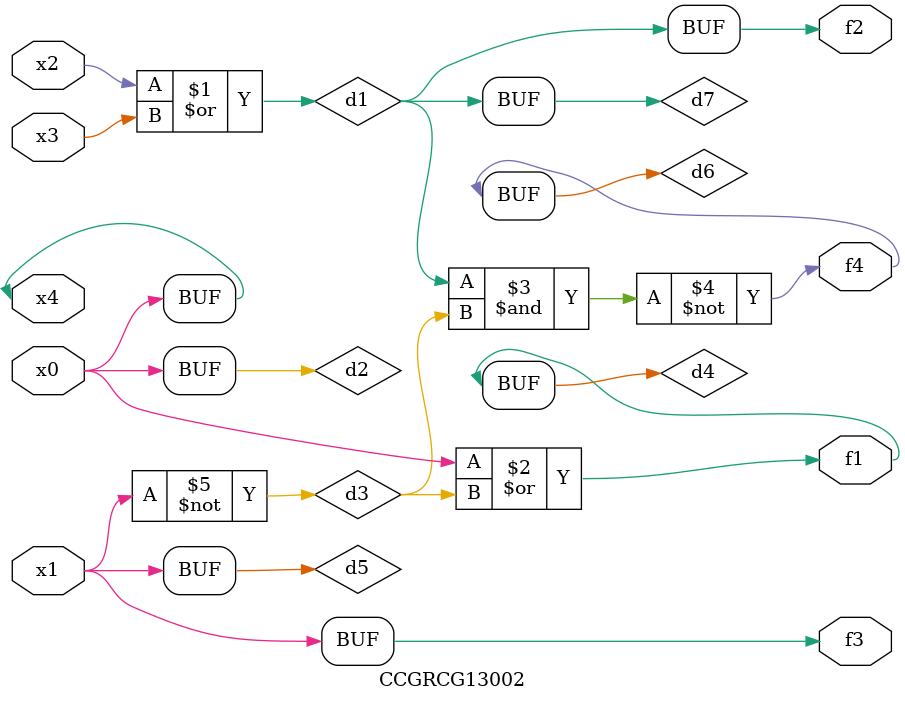
<source format=v>
module CCGRCG13002(
	input x0, x1, x2, x3, x4,
	output f1, f2, f3, f4
);

	wire d1, d2, d3, d4, d5, d6, d7;

	or (d1, x2, x3);
	buf (d2, x0, x4);
	not (d3, x1);
	or (d4, d2, d3);
	not (d5, d3);
	nand (d6, d1, d3);
	or (d7, d1);
	assign f1 = d4;
	assign f2 = d7;
	assign f3 = d5;
	assign f4 = d6;
endmodule

</source>
